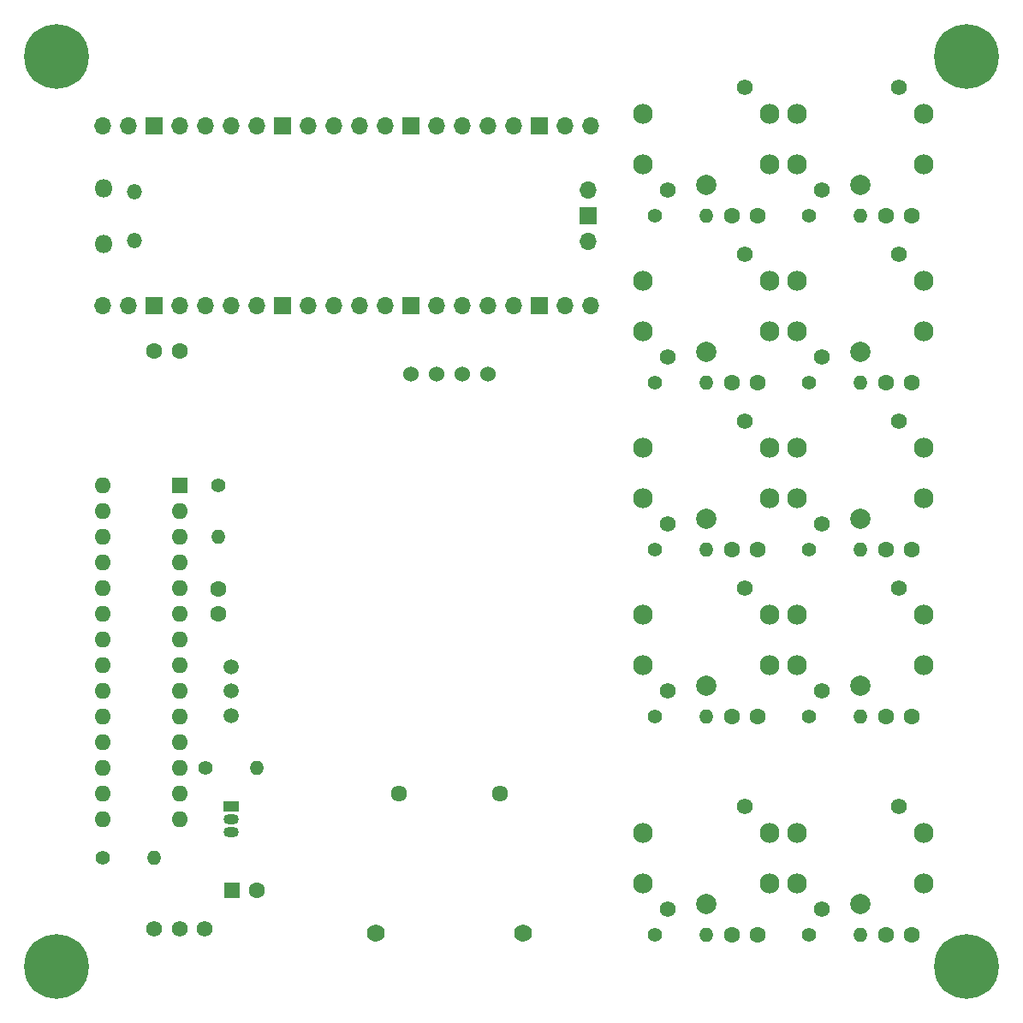
<source format=gts>
%TF.GenerationSoftware,KiCad,Pcbnew,6.0.2+dfsg-1*%
%TF.CreationDate,2024-01-09T17:30:35+09:00*%
%TF.ProjectId,pico-toy-elevator,7069636f-2d74-46f7-992d-656c65766174,rev?*%
%TF.SameCoordinates,Original*%
%TF.FileFunction,Soldermask,Top*%
%TF.FilePolarity,Negative*%
%FSLAX46Y46*%
G04 Gerber Fmt 4.6, Leading zero omitted, Abs format (unit mm)*
G04 Created by KiCad (PCBNEW 6.0.2+dfsg-1) date 2024-01-09 17:30:35*
%MOMM*%
%LPD*%
G01*
G04 APERTURE LIST*
%ADD10C,2.000000*%
%ADD11C,1.962000*%
%ADD12C,1.562000*%
%ADD13C,1.600000*%
%ADD14C,1.400000*%
%ADD15O,1.400000X1.400000*%
%ADD16C,6.400000*%
%ADD17C,1.524000*%
%ADD18C,1.612000*%
%ADD19C,1.500000*%
%ADD20R,1.500000X1.050000*%
%ADD21O,1.500000X1.050000*%
%ADD22R,1.600000X1.600000*%
%ADD23O,1.600000X1.600000*%
%ADD24C,1.762000*%
%ADD25O,1.500000X1.500000*%
%ADD26O,1.800000X1.800000*%
%ADD27O,1.700000X1.700000*%
%ADD28R,1.700000X1.700000*%
G04 APERTURE END LIST*
D10*
%TO.C,SW10*%
X124460000Y-118800000D03*
D11*
X118210000Y-116800000D03*
X130710000Y-116800000D03*
X118210000Y-111800000D03*
X130710000Y-111800000D03*
D12*
X120640000Y-119380000D03*
X128260000Y-109210000D03*
%TD*%
D10*
%TO.C,SW9*%
X109220000Y-118800000D03*
D11*
X102970000Y-116800000D03*
X115470000Y-116800000D03*
X102970000Y-111800000D03*
X115470000Y-111800000D03*
D12*
X105400000Y-119380000D03*
X113020000Y-109210000D03*
%TD*%
D10*
%TO.C,SW8*%
X124460000Y-97210000D03*
D11*
X118210000Y-95210000D03*
X130710000Y-95210000D03*
X118210000Y-90210000D03*
X130710000Y-90210000D03*
D12*
X120640000Y-97790000D03*
X128260000Y-87620000D03*
%TD*%
D10*
%TO.C,SW7*%
X109220000Y-97210000D03*
D11*
X102970000Y-95210000D03*
X115470000Y-95210000D03*
X102970000Y-90210000D03*
X115470000Y-90210000D03*
D12*
X105400000Y-97790000D03*
X113020000Y-87620000D03*
%TD*%
D10*
%TO.C,SW6*%
X124460000Y-80700000D03*
D11*
X118210000Y-78700000D03*
X130710000Y-78700000D03*
X118210000Y-73700000D03*
X130710000Y-73700000D03*
D12*
X120640000Y-81280000D03*
X128260000Y-71110000D03*
%TD*%
D10*
%TO.C,SW5*%
X109220000Y-80700000D03*
D11*
X102970000Y-78700000D03*
X115470000Y-78700000D03*
X102970000Y-73700000D03*
X115470000Y-73700000D03*
D12*
X105400000Y-81280000D03*
X113020000Y-71110000D03*
%TD*%
D10*
%TO.C,SW4*%
X124460000Y-64190000D03*
D11*
X118210000Y-62190000D03*
X130710000Y-62190000D03*
X118210000Y-57190000D03*
X130710000Y-57190000D03*
D12*
X120640000Y-64770000D03*
X128260000Y-54600000D03*
%TD*%
D10*
%TO.C,SW3*%
X109220000Y-64190000D03*
D11*
X102970000Y-62190000D03*
X115470000Y-62190000D03*
X102970000Y-57190000D03*
X115470000Y-57190000D03*
D12*
X105400000Y-64770000D03*
X113020000Y-54600000D03*
%TD*%
D10*
%TO.C,SW2*%
X124460000Y-47680000D03*
D11*
X118210000Y-45680000D03*
X130710000Y-45680000D03*
X118210000Y-40680000D03*
X130710000Y-40680000D03*
D12*
X120640000Y-48260000D03*
X128260000Y-38090000D03*
%TD*%
D10*
%TO.C,SW1*%
X109220000Y-47680000D03*
D11*
X102970000Y-45680000D03*
X115470000Y-45680000D03*
X102970000Y-40680000D03*
X115470000Y-40680000D03*
D12*
X105400000Y-48260000D03*
X113020000Y-38090000D03*
%TD*%
D13*
%TO.C,C8*%
X129540000Y-100330000D03*
X127040000Y-100330000D03*
%TD*%
%TO.C,C3*%
X114300000Y-67310000D03*
X111800000Y-67310000D03*
%TD*%
D12*
%TO.C,SW11*%
X59650000Y-121285000D03*
X57150000Y-121285000D03*
X54650000Y-121285000D03*
%TD*%
D14*
%TO.C,R4*%
X119380000Y-67310000D03*
D15*
X124460000Y-67310000D03*
%TD*%
D14*
%TO.C,R7*%
X104140000Y-100330000D03*
D15*
X109220000Y-100330000D03*
%TD*%
D14*
%TO.C,R5*%
X104140000Y-83820000D03*
D15*
X109220000Y-83820000D03*
%TD*%
D16*
%TO.C,H2*%
X135000000Y-35000000D03*
%TD*%
D14*
%TO.C,R2*%
X119380000Y-50800000D03*
D15*
X124460000Y-50800000D03*
%TD*%
D13*
%TO.C,C6*%
X129540000Y-83820000D03*
X127040000Y-83820000D03*
%TD*%
D14*
%TO.C,R8*%
X119380000Y-100330000D03*
D15*
X124460000Y-100330000D03*
%TD*%
D17*
%TO.C,U2*%
X80010000Y-66470000D03*
X82550000Y-66470000D03*
X85090000Y-66470000D03*
X87630000Y-66470000D03*
%TD*%
D14*
%TO.C,R3*%
X104140000Y-67310000D03*
D15*
X109220000Y-67310000D03*
%TD*%
D13*
%TO.C,C7*%
X114300000Y-100330000D03*
X111800000Y-100330000D03*
%TD*%
%TO.C,C9*%
X114300000Y-121920000D03*
X111800000Y-121920000D03*
%TD*%
D16*
%TO.C,H3*%
X45000000Y-125000000D03*
%TD*%
D14*
%TO.C,R10*%
X119380000Y-121920000D03*
D15*
X124460000Y-121920000D03*
%TD*%
D14*
%TO.C,R1*%
X104140000Y-50800000D03*
D15*
X109220000Y-50800000D03*
%TD*%
D13*
%TO.C,C5*%
X114300000Y-83820000D03*
X111800000Y-83820000D03*
%TD*%
%TO.C,C4*%
X129540000Y-67310000D03*
X127040000Y-67310000D03*
%TD*%
D16*
%TO.C,H4*%
X135000000Y-125000000D03*
%TD*%
D14*
%TO.C,R6*%
X119380000Y-83820000D03*
D15*
X124460000Y-83820000D03*
%TD*%
D13*
%TO.C,C10*%
X129540000Y-121920000D03*
X127040000Y-121920000D03*
%TD*%
D18*
%TO.C,LS1*%
X88820000Y-107950000D03*
X78820000Y-107950000D03*
%TD*%
D14*
%TO.C,R9*%
X104140000Y-121920000D03*
D15*
X109220000Y-121920000D03*
%TD*%
D13*
%TO.C,C1*%
X114280000Y-50800000D03*
X111780000Y-50800000D03*
%TD*%
D16*
%TO.C,H1*%
X45000000Y-35000000D03*
%TD*%
D13*
%TO.C,C2*%
X129540000Y-50800000D03*
X127040000Y-50800000D03*
%TD*%
D19*
%TO.C,Y1*%
X62230000Y-100240000D03*
X62230000Y-97800000D03*
X62230000Y-95360000D03*
%TD*%
D14*
%TO.C,R12*%
X49530000Y-114300000D03*
D15*
X54610000Y-114300000D03*
%TD*%
D14*
%TO.C,R13*%
X59690000Y-105410000D03*
D15*
X64770000Y-105410000D03*
%TD*%
D20*
%TO.C,Q1*%
X62230000Y-109220000D03*
D21*
X62230000Y-110490000D03*
X62230000Y-111760000D03*
%TD*%
D13*
%TO.C,C13*%
X60960000Y-87650000D03*
X60960000Y-90150000D03*
%TD*%
D22*
%TO.C,C11*%
X62294888Y-117475000D03*
D13*
X64794888Y-117475000D03*
%TD*%
D22*
%TO.C,U3*%
X57140000Y-77470000D03*
D23*
X57140000Y-80010000D03*
X57140000Y-82550000D03*
X57140000Y-85090000D03*
X57140000Y-87630000D03*
X57140000Y-90170000D03*
X57140000Y-92710000D03*
X57140000Y-95250000D03*
X57140000Y-97790000D03*
X57140000Y-100330000D03*
X57140000Y-102870000D03*
X57140000Y-105410000D03*
X57140000Y-107950000D03*
X57140000Y-110490000D03*
X49520000Y-110490000D03*
X49520000Y-107950000D03*
X49520000Y-105410000D03*
X49520000Y-102870000D03*
X49520000Y-100330000D03*
X49520000Y-97790000D03*
X49520000Y-95250000D03*
X49520000Y-92710000D03*
X49520000Y-90170000D03*
X49520000Y-87630000D03*
X49520000Y-85090000D03*
X49520000Y-82550000D03*
X49520000Y-80010000D03*
X49520000Y-77470000D03*
%TD*%
D24*
%TO.C,BT1*%
X91120000Y-121685000D03*
X76520000Y-121685000D03*
%TD*%
D25*
%TO.C,U1*%
X52690000Y-53225000D03*
X52690000Y-48375000D03*
D26*
X49660000Y-48075000D03*
X49660000Y-53525000D03*
D27*
X49530000Y-41910000D03*
X52070000Y-41910000D03*
D28*
X54610000Y-41910000D03*
D27*
X57150000Y-41910000D03*
X59690000Y-41910000D03*
X62230000Y-41910000D03*
X64770000Y-41910000D03*
D28*
X67310000Y-41910000D03*
D27*
X69850000Y-41910000D03*
X72390000Y-41910000D03*
X74930000Y-41910000D03*
X77470000Y-41910000D03*
D28*
X80010000Y-41910000D03*
D27*
X82550000Y-41910000D03*
X85090000Y-41910000D03*
X87630000Y-41910000D03*
X90170000Y-41910000D03*
D28*
X92710000Y-41910000D03*
D27*
X95250000Y-41910000D03*
X97790000Y-41910000D03*
X97790000Y-59690000D03*
X95250000Y-59690000D03*
D28*
X92710000Y-59690000D03*
D27*
X90170000Y-59690000D03*
X87630000Y-59690000D03*
X85090000Y-59690000D03*
X82550000Y-59690000D03*
D28*
X80010000Y-59690000D03*
D27*
X77470000Y-59690000D03*
X74930000Y-59690000D03*
X72390000Y-59690000D03*
X69850000Y-59690000D03*
D28*
X67310000Y-59690000D03*
D27*
X64770000Y-59690000D03*
X62230000Y-59690000D03*
X59690000Y-59690000D03*
X57150000Y-59690000D03*
D28*
X54610000Y-59690000D03*
D27*
X52070000Y-59690000D03*
X49530000Y-59690000D03*
X97560000Y-48260000D03*
D28*
X97560000Y-50800000D03*
D27*
X97560000Y-53340000D03*
%TD*%
D14*
%TO.C,R11*%
X60960000Y-77470000D03*
D15*
X60960000Y-82550000D03*
%TD*%
D13*
%TO.C,C12*%
X57130000Y-64135000D03*
X54630000Y-64135000D03*
%TD*%
M02*

</source>
